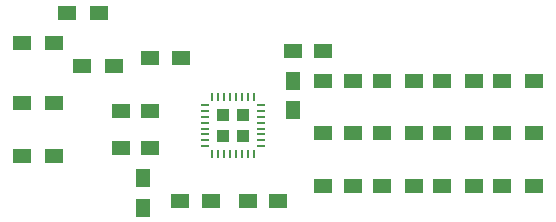
<source format=gtp>
G04 #@! TF.FileFunction,Paste,Top*
%FSLAX46Y46*%
G04 Gerber Fmt 4.6, Leading zero omitted, Abs format (unit mm)*
G04 Created by KiCad (PCBNEW 4.0.6) date Thursday, January 11, 2018 'PMt' 08:13:23 PM*
%MOMM*%
%LPD*%
G01*
G04 APERTURE LIST*
%ADD10C,0.100000*%
%ADD11R,1.500000X1.250000*%
%ADD12R,1.250000X1.500000*%
%ADD13R,1.500000X1.300000*%
%ADD14R,0.700000X0.250000*%
%ADD15R,0.250000X0.700000*%
%ADD16R,1.035000X1.035000*%
G04 APERTURE END LIST*
D10*
D11*
X170795000Y-103505000D03*
X168295000Y-103505000D03*
X170795000Y-99060000D03*
X168295000Y-99060000D03*
X170795000Y-94615000D03*
X168295000Y-94615000D03*
X153650000Y-97155000D03*
X151150000Y-97155000D03*
X153650000Y-100330000D03*
X151150000Y-100330000D03*
D12*
X153035000Y-105390000D03*
X153035000Y-102890000D03*
D11*
X165755000Y-92075000D03*
X168255000Y-92075000D03*
D12*
X165735000Y-94635000D03*
X165735000Y-97135000D03*
D11*
X161945000Y-104775000D03*
X164445000Y-104775000D03*
D13*
X186135000Y-103505000D03*
X183435000Y-103505000D03*
X186135000Y-94615000D03*
X183435000Y-94615000D03*
X186135000Y-99060000D03*
X183435000Y-99060000D03*
X156130000Y-104775000D03*
X158830000Y-104775000D03*
X145495000Y-100965000D03*
X142795000Y-100965000D03*
X175975000Y-103505000D03*
X173275000Y-103505000D03*
X175975000Y-99060000D03*
X173275000Y-99060000D03*
X175975000Y-94615000D03*
X173275000Y-94615000D03*
X145495000Y-96520000D03*
X142795000Y-96520000D03*
X156290000Y-92710000D03*
X153590000Y-92710000D03*
X181055000Y-103505000D03*
X178355000Y-103505000D03*
X181055000Y-94615000D03*
X178355000Y-94615000D03*
X181055000Y-99060000D03*
X178355000Y-99060000D03*
X149305000Y-88900000D03*
X146605000Y-88900000D03*
X150575000Y-93345000D03*
X147875000Y-93345000D03*
X145495000Y-91440000D03*
X142795000Y-91440000D03*
D14*
X158255000Y-96675000D03*
X158255000Y-97175000D03*
X158255000Y-97675000D03*
X158255000Y-98175000D03*
X158255000Y-98675000D03*
X158255000Y-99175000D03*
X158255000Y-99675000D03*
X158255000Y-100175000D03*
D15*
X158905000Y-100825000D03*
X159405000Y-100825000D03*
X159905000Y-100825000D03*
X160405000Y-100825000D03*
X160905000Y-100825000D03*
X161405000Y-100825000D03*
X161905000Y-100825000D03*
X162405000Y-100825000D03*
D14*
X163055000Y-100175000D03*
X163055000Y-99675000D03*
X163055000Y-99175000D03*
X163055000Y-98675000D03*
X163055000Y-98175000D03*
X163055000Y-97675000D03*
X163055000Y-97175000D03*
X163055000Y-96675000D03*
D15*
X162405000Y-96025000D03*
X161905000Y-96025000D03*
X161405000Y-96025000D03*
X160905000Y-96025000D03*
X160405000Y-96025000D03*
X159905000Y-96025000D03*
X159405000Y-96025000D03*
X158905000Y-96025000D03*
D16*
X161517500Y-99287500D03*
X161517500Y-97562500D03*
X159792500Y-99287500D03*
X159792500Y-97562500D03*
M02*

</source>
